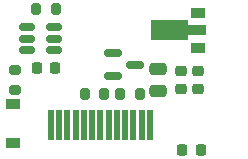
<source format=gbr>
%TF.GenerationSoftware,KiCad,Pcbnew,(6.0.7-1)-1*%
%TF.CreationDate,2022-12-10T20:08:07+13:00*%
%TF.ProjectId,bauble_pcb,62617562-6c65-45f7-9063-622e6b696361,rev?*%
%TF.SameCoordinates,Original*%
%TF.FileFunction,Paste,Top*%
%TF.FilePolarity,Positive*%
%FSLAX46Y46*%
G04 Gerber Fmt 4.6, Leading zero omitted, Abs format (unit mm)*
G04 Created by KiCad (PCBNEW (6.0.7-1)-1) date 2022-12-10 20:08:07*
%MOMM*%
%LPD*%
G01*
G04 APERTURE LIST*
G04 Aperture macros list*
%AMRoundRect*
0 Rectangle with rounded corners*
0 $1 Rounding radius*
0 $2 $3 $4 $5 $6 $7 $8 $9 X,Y pos of 4 corners*
0 Add a 4 corners polygon primitive as box body*
4,1,4,$2,$3,$4,$5,$6,$7,$8,$9,$2,$3,0*
0 Add four circle primitives for the rounded corners*
1,1,$1+$1,$2,$3*
1,1,$1+$1,$4,$5*
1,1,$1+$1,$6,$7*
1,1,$1+$1,$8,$9*
0 Add four rect primitives between the rounded corners*
20,1,$1+$1,$2,$3,$4,$5,0*
20,1,$1+$1,$4,$5,$6,$7,0*
20,1,$1+$1,$6,$7,$8,$9,0*
20,1,$1+$1,$8,$9,$2,$3,0*%
%AMFreePoly0*
4,1,9,3.862500,-0.866500,0.737500,-0.866500,0.737500,-0.450000,-0.737500,-0.450000,-0.737500,0.450000,0.737500,0.450000,0.737500,0.866500,3.862500,0.866500,3.862500,-0.866500,3.862500,-0.866500,$1*%
G04 Aperture macros list end*
%ADD10R,0.500000X2.500000*%
%ADD11R,1.300000X0.900000*%
%ADD12FreePoly0,180.000000*%
%ADD13RoundRect,0.225000X-0.250000X0.225000X-0.250000X-0.225000X0.250000X-0.225000X0.250000X0.225000X0*%
%ADD14RoundRect,0.200000X-0.200000X-0.275000X0.200000X-0.275000X0.200000X0.275000X-0.200000X0.275000X0*%
%ADD15RoundRect,0.200000X0.200000X0.275000X-0.200000X0.275000X-0.200000X-0.275000X0.200000X-0.275000X0*%
%ADD16RoundRect,0.150000X-0.512500X-0.150000X0.512500X-0.150000X0.512500X0.150000X-0.512500X0.150000X0*%
%ADD17RoundRect,0.225000X0.225000X0.250000X-0.225000X0.250000X-0.225000X-0.250000X0.225000X-0.250000X0*%
%ADD18RoundRect,0.250000X-0.475000X0.250000X-0.475000X-0.250000X0.475000X-0.250000X0.475000X0.250000X0*%
%ADD19RoundRect,0.200000X0.275000X-0.200000X0.275000X0.200000X-0.275000X0.200000X-0.275000X-0.200000X0*%
%ADD20RoundRect,0.225000X-0.225000X-0.250000X0.225000X-0.250000X0.225000X0.250000X-0.225000X0.250000X0*%
%ADD21RoundRect,0.150000X-0.587500X-0.150000X0.587500X-0.150000X0.587500X0.150000X-0.587500X0.150000X0*%
%ADD22R,1.200000X0.900000*%
G04 APERTURE END LIST*
D10*
%TO.C,DISP1*%
X142200000Y-101300000D03*
X142900000Y-101300000D03*
X143600000Y-101300000D03*
X144300000Y-101300000D03*
X145000000Y-101300000D03*
X145700000Y-101300000D03*
X146400000Y-101300000D03*
X147100000Y-101300000D03*
X147800000Y-101300000D03*
X148500000Y-101300000D03*
X149200000Y-101300000D03*
X149900000Y-101300000D03*
X150600000Y-101300000D03*
%TD*%
D11*
%TO.C,U1*%
X154650000Y-94800000D03*
D12*
X154562500Y-93300000D03*
D11*
X154650000Y-91800000D03*
%TD*%
D13*
%TO.C,C3*%
X153200000Y-96725000D03*
X153200000Y-98275000D03*
%TD*%
D14*
%TO.C,R4*%
X148075000Y-98700000D03*
X149725000Y-98700000D03*
%TD*%
D13*
%TO.C,C1*%
X154700000Y-96725000D03*
X154700000Y-98275000D03*
%TD*%
D15*
%TO.C,R2*%
X146725000Y-98700000D03*
X145075000Y-98700000D03*
%TD*%
%TO.C,R3*%
X142625000Y-91500000D03*
X140975000Y-91500000D03*
%TD*%
D16*
%TO.C,U2*%
X140162500Y-93050000D03*
X140162500Y-94000000D03*
X140162500Y-94950000D03*
X142437500Y-94950000D03*
X142437500Y-94000000D03*
X142437500Y-93050000D03*
%TD*%
D17*
%TO.C,C2*%
X142575000Y-96500000D03*
X141025000Y-96500000D03*
%TD*%
D18*
%TO.C,C5*%
X151300000Y-96550000D03*
X151300000Y-98450000D03*
%TD*%
D19*
%TO.C,R1*%
X139200000Y-98325000D03*
X139200000Y-96675000D03*
%TD*%
D20*
%TO.C,C4*%
X153325000Y-103400000D03*
X154875000Y-103400000D03*
%TD*%
D21*
%TO.C,Q1*%
X147462500Y-95250000D03*
X147462500Y-97150000D03*
X149337500Y-96200000D03*
%TD*%
D22*
%TO.C,D1*%
X139000000Y-102850000D03*
X139000000Y-99550000D03*
%TD*%
M02*

</source>
